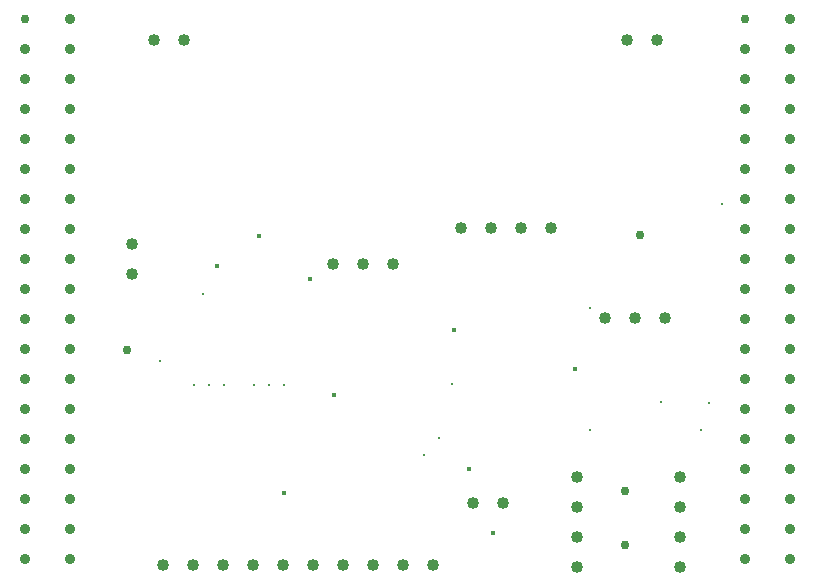
<source format=gbr>
G04 PROTEUS GERBER X2 FILE*
%TF.GenerationSoftware,Labcenter,Proteus,8.12-SP2-Build31155*%
%TF.CreationDate,2024-11-30T19:26:21+00:00*%
%TF.FileFunction,Plated,1,2,PTH*%
%TF.FilePolarity,Positive*%
%TF.Part,Single*%
%TF.SameCoordinates,{e6e8286e-83a0-46e7-8d5c-4e76f455a4ca}*%
%FSLAX45Y45*%
%MOMM*%
G01*
%TA.AperFunction,ViaDrill*%
%ADD66C,0.381000*%
%ADD67C,0.254000*%
%TA.AperFunction,ComponentDrill*%
%ADD68C,0.762000*%
%ADD69C,0.889000*%
%TA.AperFunction,ComponentDrill*%
%ADD74C,1.016000*%
%TD.AperFunction*%
D66*
X+2674500Y+2682500D03*
X+4915500Y+1920350D03*
X+4229076Y+525366D03*
X+4020000Y+1070000D03*
X+2454500Y+862800D03*
X+3892000Y+2250000D03*
X+2247529Y+3040734D03*
D67*
X+1404500Y+1984000D03*
X+6167000Y+3317500D03*
X+3881000Y+1793500D03*
X+1692500Y+1777200D03*
X+1819500Y+1777200D03*
X+1946500Y+1777200D03*
X+2454500Y+1777200D03*
X+2327500Y+1777200D03*
X+2200499Y+1777200D03*
D66*
X+1889650Y+2786500D03*
X+2880500Y+1700500D03*
D67*
X+3770597Y+1335600D03*
X+5647570Y+1636007D03*
X+6050000Y+1630000D03*
X+5990000Y+1400000D03*
X+5042500Y+1399650D03*
X+3637907Y+1187968D03*
X+1770000Y+2550000D03*
X+5046654Y+2434814D03*
D68*
X+260000Y+4876000D03*
D69*
X+641000Y+4876000D03*
X+260000Y+4622000D03*
X+641000Y+4622000D03*
X+260000Y+4368000D03*
X+641000Y+4368000D03*
X+260000Y+4114000D03*
X+641000Y+4114000D03*
X+260000Y+3860000D03*
X+641000Y+3860000D03*
X+260000Y+3606000D03*
X+641000Y+3606000D03*
X+260000Y+3352000D03*
X+641000Y+3352000D03*
X+260000Y+3098000D03*
X+641000Y+3098000D03*
X+260000Y+2844000D03*
X+641000Y+2844000D03*
X+260000Y+2590000D03*
X+641000Y+2590000D03*
X+260000Y+2336000D03*
X+641000Y+2336000D03*
X+260000Y+2082000D03*
X+641000Y+2082000D03*
X+260000Y+1828000D03*
X+641000Y+1828000D03*
X+260000Y+1574000D03*
X+641000Y+1574000D03*
X+260000Y+1320000D03*
X+641000Y+1320000D03*
X+260000Y+1066000D03*
X+641000Y+1066000D03*
X+260000Y+812000D03*
X+641000Y+812000D03*
X+260000Y+558000D03*
X+641000Y+558000D03*
X+260000Y+304000D03*
X+641000Y+304000D03*
D68*
X+6356000Y+4880000D03*
D69*
X+6737000Y+4880000D03*
X+6356000Y+4626000D03*
X+6737000Y+4626000D03*
X+6356000Y+4372000D03*
X+6737000Y+4372000D03*
X+6356000Y+4118000D03*
X+6737000Y+4118000D03*
X+6356000Y+3864000D03*
X+6737000Y+3864000D03*
X+6356000Y+3610000D03*
X+6737000Y+3610000D03*
X+6356000Y+3356000D03*
X+6737000Y+3356000D03*
X+6356000Y+3102000D03*
X+6737000Y+3102000D03*
X+6356000Y+2848000D03*
X+6737000Y+2848000D03*
X+6356000Y+2594000D03*
X+6737000Y+2594000D03*
X+6356000Y+2340000D03*
X+6737000Y+2340000D03*
X+6356000Y+2086000D03*
X+6737000Y+2086000D03*
X+6356000Y+1832000D03*
X+6737000Y+1832000D03*
X+6356000Y+1578000D03*
X+6737000Y+1578000D03*
X+6356000Y+1324000D03*
X+6737000Y+1324000D03*
X+6356000Y+1070000D03*
X+6737000Y+1070000D03*
X+6356000Y+816000D03*
X+6737000Y+816000D03*
X+6356000Y+562000D03*
X+6737000Y+562000D03*
X+6356000Y+308000D03*
X+6737000Y+308000D03*
D74*
X+3720000Y+260000D03*
X+3466000Y+260000D03*
X+3212000Y+260000D03*
X+2958000Y+260000D03*
X+2704000Y+260000D03*
X+2450000Y+260000D03*
X+2196000Y+260000D03*
X+1942000Y+260000D03*
X+1688000Y+260000D03*
X+1434000Y+260000D03*
X+1610000Y+4700000D03*
X+1356000Y+4700000D03*
X+2869500Y+2802800D03*
X+3123500Y+2802800D03*
X+3377500Y+2802800D03*
X+1170000Y+2974000D03*
X+1170000Y+2720000D03*
X+4720500Y+3107200D03*
X+4466500Y+3107200D03*
X+4212500Y+3107200D03*
X+3958500Y+3107200D03*
X+5176000Y+2350000D03*
X+5430000Y+2350000D03*
X+5684000Y+2350000D03*
X+5810000Y+242000D03*
X+5810000Y+496000D03*
X+5810000Y+750000D03*
X+5810000Y+1004000D03*
X+4056000Y+780000D03*
X+4310000Y+780000D03*
X+4940000Y+240000D03*
X+4940000Y+494000D03*
X+4940000Y+748000D03*
X+4940000Y+1002000D03*
X+5610000Y+4700000D03*
X+5356000Y+4700000D03*
D68*
X+5340000Y+880000D03*
X+5340000Y+430000D03*
X+5470000Y+3050000D03*
X+1130000Y+2080000D03*
M02*

</source>
